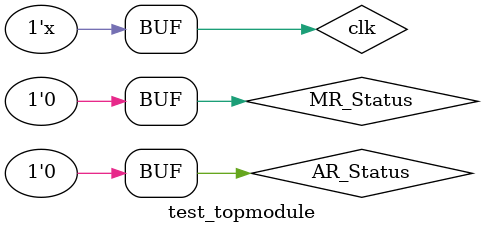
<source format=v>
`include "/home/eng/s/spp150130/spp150130/Tomasulo_Implementation/Definition_File.v"

module test_topmodule;

	// Inputs
	reg AR_Status;
	reg MR_Status;
	reg clk;

	
	// Outputs
	wire [7:0] IDU_out_inst1_type;
	wire [7:0] IDU_out_inst1_destination_reg1;
	wire [7:0] IDU_out_inst1_source_reg1;
	wire [7:0] IDU_out_inst1_source_reg2;
	wire [7:0] IDU_out_inst2_type;
	wire [7:0] IDU_out_inst2_destination_reg2;
	wire [7:0] IDU_out_inst2_source_reg3;
	wire [7:0] IDU_out_inst2_source_reg4;

	wire [4:0] clock_count;
	// Bidirs
	wire [1:0] select_instruction;

	// Instantiate the Unit Under Test (UUT)
	Top_Module uut (
		.clock_count(clock_count),
		.select_instruction(select_instruction), 
		.IDU_out_inst1_type(IDU_out_inst1_type), 
		.IDU_out_inst1_destination_reg1(IDU_out_inst1_destination_reg1), 
		.IDU_out_inst1_source_reg1(IDU_out_inst1_source_reg1), 
		.IDU_out_inst1_source_reg2(IDU_out_inst1_source_reg2), 
		.IDU_out_inst2_type(IDU_out_inst2_type), 
		.IDU_out_inst2_destination_reg2(IDU_out_inst2_destination_reg2), 
		.IDU_out_inst2_source_reg3(IDU_out_inst2_source_reg3), 
		.IDU_out_inst2_source_reg4(IDU_out_inst2_source_reg4), 
		.AR_Status(AR_Status), 
		.MR_Status(MR_Status), 
		.clk(clk)
	);
	initial clk = 0;
	always #100 clk = ~clk;
	
	initial begin
		// Initialize Inputs
		AR_Status = 0;
		MR_Status = 0;
		

		// Wait 100 ns for global reset to finish
		
        
		// Add stimulus here

	end
      
endmodule


</source>
